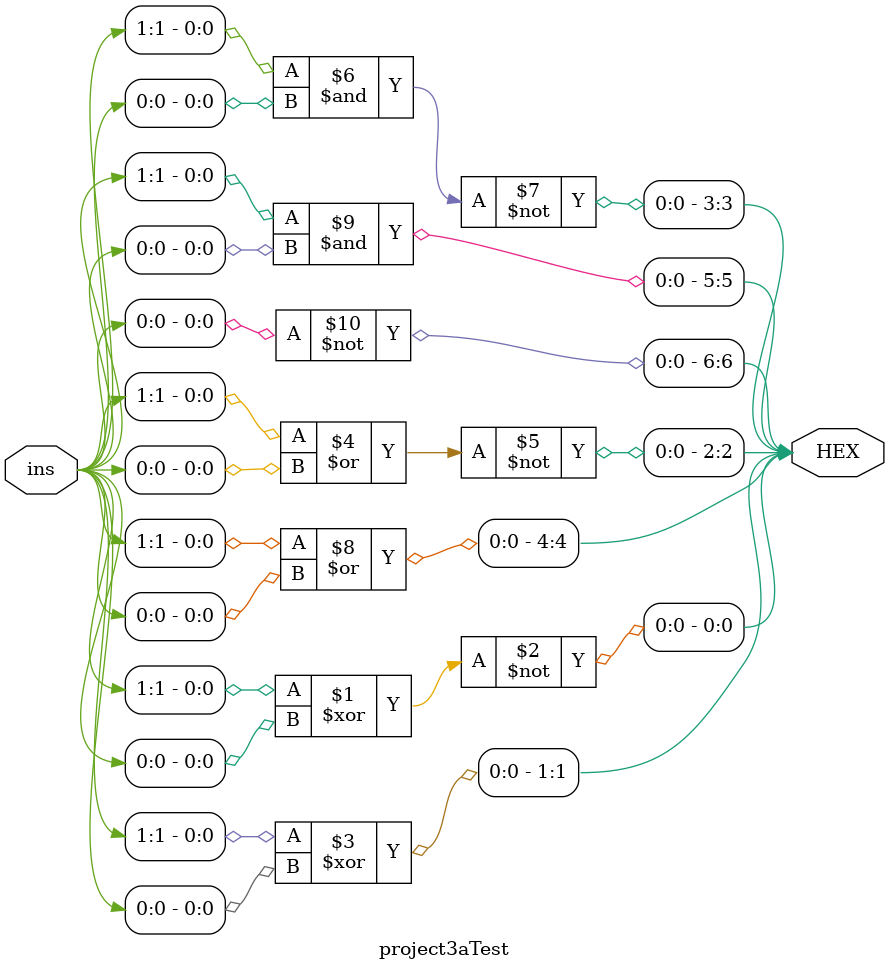
<source format=v>

module project3aTest(ins, HEX);
    input  [1:0] ins;
    output [6:0] HEX;

    assign HEX = {~ins[0], ins[1] & ins[0], ins[1] | ins[0], ~(ins[1] & ins[0]), ~(ins[1] | ins[0]), ins[1] ^ ins[0], ~(ins[1] ^ ins[0])};

endmodule

</source>
